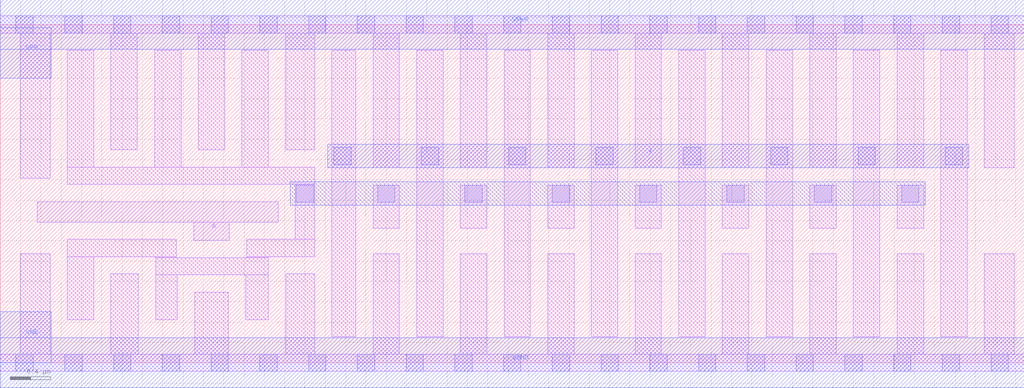
<source format=lef>
# Copyright 2020 The SkyWater PDK Authors
#
# Licensed under the Apache License, Version 2.0 (the "License");
# you may not use this file except in compliance with the License.
# You may obtain a copy of the License at
#
#     https://www.apache.org/licenses/LICENSE-2.0
#
# Unless required by applicable law or agreed to in writing, software
# distributed under the License is distributed on an "AS IS" BASIS,
# WITHOUT WARRANTIES OR CONDITIONS OF ANY KIND, either express or implied.
# See the License for the specific language governing permissions and
# limitations under the License.
#
# SPDX-License-Identifier: Apache-2.0

VERSION 5.5 ;
NAMESCASESENSITIVE ON ;
BUSBITCHARS "[]" ;
DIVIDERCHAR "/" ;
MACRO sky130_fd_sc_lp__buf_16
  CLASS CORE ;
  SOURCE USER ;
  ORIGIN  0.000000  0.000000 ;
  SIZE  10.08000 BY  3.330000 ;
  SYMMETRY X Y R90 ;
  SITE unit ;
  PIN A
    ANTENNAGATEAREA  1.890000 ;
    DIRECTION INPUT ;
    USE SIGNAL ;
    PORT
      LAYER li1 ;
        RECT 0.365000 1.385000 2.735000 1.585000 ;
        RECT 1.905000 1.205000 2.255000 1.385000 ;
    END
  END A
  PIN X
    ANTENNADIFFAREA  4.704000 ;
    DIRECTION OUTPUT ;
    USE SIGNAL ;
    PORT
      LAYER met1 ;
        RECT 3.225000 1.920000 9.535000 2.150000 ;
    END
  END X
  PIN VGND
    DIRECTION INOUT ;
    USE GROUND ;
    PORT
      LAYER met1 ;
        RECT 0.000000 -0.245000 10.080000 0.245000 ;
    END
  END VGND
  PIN VNB
    DIRECTION INOUT ;
    USE GROUND ;
    PORT
      LAYER met1 ;
        RECT 0.000000 0.000000 0.500000 0.500000 ;
    END
  END VNB
  PIN VPB
    DIRECTION INOUT ;
    USE POWER ;
    PORT
      LAYER met1 ;
        RECT 0.000000 2.800000 0.500000 3.300000 ;
    END
  END VPB
  PIN VPWR
    DIRECTION INOUT ;
    USE POWER ;
    PORT
      LAYER met1 ;
        RECT 0.000000 3.085000 10.080000 3.575000 ;
    END
  END VPWR
  OBS
    LAYER li1 ;
      RECT 0.000000 -0.085000 10.080000 0.085000 ;
      RECT 0.000000  3.245000 10.080000 3.415000 ;
      RECT 0.195000  0.085000  0.490000 1.075000 ;
      RECT 0.195000  1.815000  0.490000 3.245000 ;
      RECT 0.660000  0.425000  0.920000 1.045000 ;
      RECT 0.660000  1.045000  1.735000 1.215000 ;
      RECT 0.660000  1.755000  3.095000 1.925000 ;
      RECT 0.660000  1.925000  0.920000 3.075000 ;
      RECT 1.090000  0.085000  1.360000 0.875000 ;
      RECT 1.090000  2.095000  1.350000 3.245000 ;
      RECT 1.520000  1.925000  1.780000 3.075000 ;
      RECT 1.530000  0.425000  1.745000 0.865000 ;
      RECT 1.530000  0.865000  2.640000 1.035000 ;
      RECT 1.530000  1.035000  1.735000 1.045000 ;
      RECT 1.915000  0.085000  2.245000 0.695000 ;
      RECT 1.950000  2.095000  2.210000 3.245000 ;
      RECT 2.380000  1.925000  2.640000 3.075000 ;
      RECT 2.415000  0.425000  2.640000 0.865000 ;
      RECT 2.425000  1.035000  2.640000 1.045000 ;
      RECT 2.425000  1.045000  3.095000 1.215000 ;
      RECT 2.810000  0.085000  3.095000 0.875000 ;
      RECT 2.810000  2.095000  3.095000 3.245000 ;
      RECT 2.905000  1.215000  3.095000 1.755000 ;
      RECT 3.265000  0.255000  3.500000 3.075000 ;
      RECT 3.670000  0.085000  3.930000 1.075000 ;
      RECT 3.670000  1.325000  3.930000 1.750000 ;
      RECT 3.670000  1.920000  3.930000 3.245000 ;
      RECT 4.100000  0.255000  4.360000 3.075000 ;
      RECT 4.530000  0.085000  4.790000 1.075000 ;
      RECT 4.530000  1.325000  4.790000 1.750000 ;
      RECT 4.530000  1.920000  4.790000 3.245000 ;
      RECT 4.960000  0.255000  5.220000 3.075000 ;
      RECT 5.390000  0.085000  5.650000 1.075000 ;
      RECT 5.390000  1.325000  5.650000 1.750000 ;
      RECT 5.390000  1.920000  5.650000 3.245000 ;
      RECT 5.820000  0.255000  6.080000 3.075000 ;
      RECT 6.250000  0.085000  6.510000 1.075000 ;
      RECT 6.250000  1.325000  6.510000 1.750000 ;
      RECT 6.250000  1.920000  6.510000 3.245000 ;
      RECT 6.680000  0.255000  6.940000 3.075000 ;
      RECT 7.110000  0.085000  7.370000 1.075000 ;
      RECT 7.110000  1.325000  7.370000 1.750000 ;
      RECT 7.110000  1.920000  7.370000 3.245000 ;
      RECT 7.540000  0.255000  7.800000 3.075000 ;
      RECT 7.970000  0.085000  8.230000 1.075000 ;
      RECT 7.970000  1.325000  8.230000 1.750000 ;
      RECT 7.970000  1.920000  8.230000 3.245000 ;
      RECT 8.400000  0.255000  8.660000 3.075000 ;
      RECT 8.830000  0.085000  9.090000 1.075000 ;
      RECT 8.830000  1.325000  9.090000 1.750000 ;
      RECT 8.830000  1.920000  9.090000 3.245000 ;
      RECT 9.260000  0.255000  9.520000 3.075000 ;
      RECT 9.690000  0.085000  9.985000 1.075000 ;
      RECT 9.690000  1.920000  9.985000 3.245000 ;
    LAYER mcon ;
      RECT 0.155000 -0.085000 0.325000 0.085000 ;
      RECT 0.155000  3.245000 0.325000 3.415000 ;
      RECT 0.635000 -0.085000 0.805000 0.085000 ;
      RECT 0.635000  3.245000 0.805000 3.415000 ;
      RECT 1.115000 -0.085000 1.285000 0.085000 ;
      RECT 1.115000  3.245000 1.285000 3.415000 ;
      RECT 1.595000 -0.085000 1.765000 0.085000 ;
      RECT 1.595000  3.245000 1.765000 3.415000 ;
      RECT 2.075000 -0.085000 2.245000 0.085000 ;
      RECT 2.075000  3.245000 2.245000 3.415000 ;
      RECT 2.555000 -0.085000 2.725000 0.085000 ;
      RECT 2.555000  3.245000 2.725000 3.415000 ;
      RECT 2.915000  1.580000 3.085000 1.750000 ;
      RECT 3.035000 -0.085000 3.205000 0.085000 ;
      RECT 3.035000  3.245000 3.205000 3.415000 ;
      RECT 3.285000  1.950000 3.455000 2.120000 ;
      RECT 3.515000 -0.085000 3.685000 0.085000 ;
      RECT 3.515000  3.245000 3.685000 3.415000 ;
      RECT 3.715000  1.580000 3.885000 1.750000 ;
      RECT 3.995000 -0.085000 4.165000 0.085000 ;
      RECT 3.995000  3.245000 4.165000 3.415000 ;
      RECT 4.145000  1.950000 4.315000 2.120000 ;
      RECT 4.475000 -0.085000 4.645000 0.085000 ;
      RECT 4.475000  3.245000 4.645000 3.415000 ;
      RECT 4.575000  1.580000 4.745000 1.750000 ;
      RECT 4.955000 -0.085000 5.125000 0.085000 ;
      RECT 4.955000  3.245000 5.125000 3.415000 ;
      RECT 5.005000  1.950000 5.175000 2.120000 ;
      RECT 5.435000 -0.085000 5.605000 0.085000 ;
      RECT 5.435000  1.580000 5.605000 1.750000 ;
      RECT 5.435000  3.245000 5.605000 3.415000 ;
      RECT 5.865000  1.950000 6.035000 2.120000 ;
      RECT 5.915000 -0.085000 6.085000 0.085000 ;
      RECT 5.915000  3.245000 6.085000 3.415000 ;
      RECT 6.295000  1.580000 6.465000 1.750000 ;
      RECT 6.395000 -0.085000 6.565000 0.085000 ;
      RECT 6.395000  3.245000 6.565000 3.415000 ;
      RECT 6.725000  1.950000 6.895000 2.120000 ;
      RECT 6.875000 -0.085000 7.045000 0.085000 ;
      RECT 6.875000  3.245000 7.045000 3.415000 ;
      RECT 7.155000  1.580000 7.325000 1.750000 ;
      RECT 7.355000 -0.085000 7.525000 0.085000 ;
      RECT 7.355000  3.245000 7.525000 3.415000 ;
      RECT 7.585000  1.950000 7.755000 2.120000 ;
      RECT 7.835000 -0.085000 8.005000 0.085000 ;
      RECT 7.835000  3.245000 8.005000 3.415000 ;
      RECT 8.015000  1.580000 8.185000 1.750000 ;
      RECT 8.315000 -0.085000 8.485000 0.085000 ;
      RECT 8.315000  3.245000 8.485000 3.415000 ;
      RECT 8.445000  1.950000 8.615000 2.120000 ;
      RECT 8.795000 -0.085000 8.965000 0.085000 ;
      RECT 8.795000  3.245000 8.965000 3.415000 ;
      RECT 8.875000  1.580000 9.045000 1.750000 ;
      RECT 9.275000 -0.085000 9.445000 0.085000 ;
      RECT 9.275000  3.245000 9.445000 3.415000 ;
      RECT 9.305000  1.950000 9.475000 2.120000 ;
      RECT 9.755000 -0.085000 9.925000 0.085000 ;
      RECT 9.755000  3.245000 9.925000 3.415000 ;
    LAYER met1 ;
      RECT 2.855000 1.550000 9.105000 1.780000 ;
  END
END sky130_fd_sc_lp__buf_16

</source>
